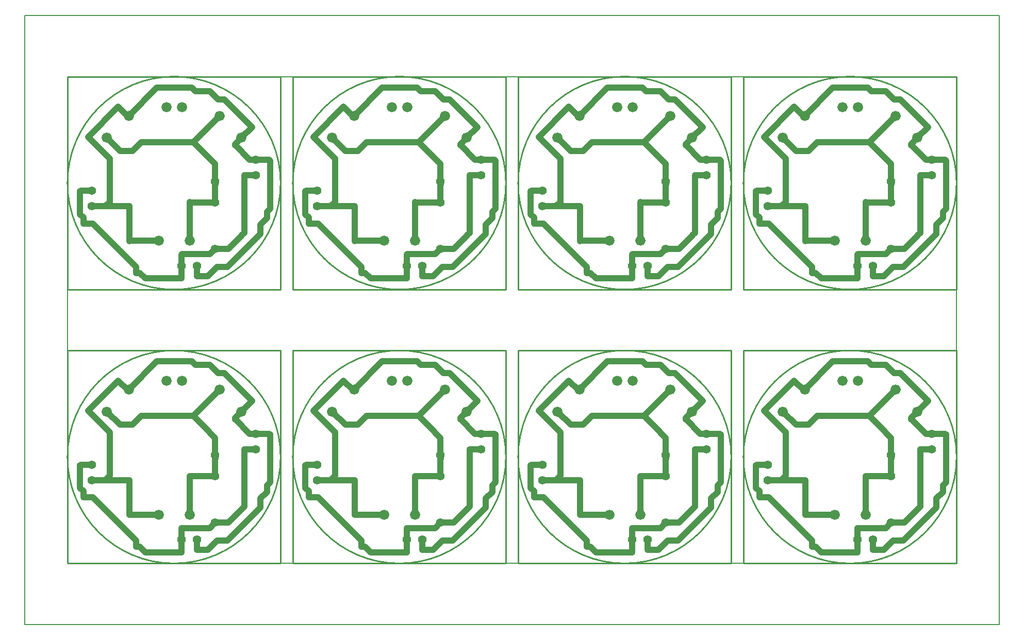
<source format=gtl>
G04 #@! TF.FileFunction,Copper,L1,Top,Signal*
%FSLAX46Y46*%
G04 Gerber Fmt 4.6, Leading zero omitted, Abs format (unit mm)*
G04 Created by KiCad (PCBNEW 4.0.7) date 03/29/18 17:53:12*
%MOMM*%
%LPD*%
G01*
G04 APERTURE LIST*
%ADD10C,0.100000*%
%ADD11C,0.250000*%
%ADD12C,0.150000*%
%ADD13C,1.397000*%
%ADD14C,1.676400*%
%ADD15C,1.000000*%
G04 APERTURE END LIST*
D10*
D11*
X253000000Y-172500000D02*
G75*
G03X253000000Y-172500000I-17500000J0D01*
G01*
X216000000Y-172500000D02*
G75*
G03X216000000Y-172500000I-17500000J0D01*
G01*
X181000000Y-155000000D02*
X216000000Y-155000000D01*
X216000000Y-155000000D02*
X216000000Y-190000000D01*
X216000000Y-190000000D02*
X181000000Y-190000000D01*
X181000000Y-190000000D02*
X181000000Y-155000000D01*
X144000000Y-155000000D02*
X179000000Y-155000000D01*
X179000000Y-155000000D02*
X179000000Y-190000000D01*
X179000000Y-190000000D02*
X144000000Y-190000000D01*
X144000000Y-190000000D02*
X144000000Y-155000000D01*
X107000000Y-155000000D02*
X142000000Y-155000000D01*
X142000000Y-155000000D02*
X142000000Y-190000000D01*
X142000000Y-190000000D02*
X107000000Y-190000000D01*
X107000000Y-190000000D02*
X107000000Y-155000000D01*
X144000000Y-155000000D02*
X179000000Y-155000000D01*
X179000000Y-155000000D02*
X179000000Y-190000000D01*
X179000000Y-190000000D02*
X144000000Y-190000000D01*
X144000000Y-190000000D02*
X144000000Y-155000000D01*
X144000000Y-155000000D02*
X179000000Y-155000000D01*
X179000000Y-155000000D02*
X179000000Y-190000000D01*
X179000000Y-190000000D02*
X144000000Y-190000000D01*
X144000000Y-190000000D02*
X144000000Y-155000000D01*
X144000000Y-155000000D02*
X179000000Y-155000000D01*
X179000000Y-155000000D02*
X179000000Y-190000000D01*
X179000000Y-190000000D02*
X144000000Y-190000000D01*
X144000000Y-190000000D02*
X144000000Y-155000000D01*
X107000000Y-155000000D02*
X142000000Y-155000000D01*
X142000000Y-155000000D02*
X142000000Y-190000000D01*
X142000000Y-190000000D02*
X107000000Y-190000000D01*
X107000000Y-190000000D02*
X107000000Y-155000000D01*
X218000000Y-190000000D02*
X218000000Y-155000000D01*
X253000000Y-190000000D02*
X218000000Y-190000000D01*
X253000000Y-155000000D02*
X253000000Y-190000000D01*
X218000000Y-155000000D02*
X253000000Y-155000000D01*
X218000000Y-190000000D02*
X218000000Y-155000000D01*
X253000000Y-190000000D02*
X218000000Y-190000000D01*
X253000000Y-155000000D02*
X253000000Y-190000000D01*
X218000000Y-155000000D02*
X253000000Y-155000000D01*
X181000000Y-155000000D02*
X216000000Y-155000000D01*
X216000000Y-155000000D02*
X216000000Y-190000000D01*
X216000000Y-190000000D02*
X181000000Y-190000000D01*
X181000000Y-190000000D02*
X181000000Y-155000000D01*
X181000000Y-155000000D02*
X216000000Y-155000000D01*
X216000000Y-155000000D02*
X216000000Y-190000000D01*
X216000000Y-190000000D02*
X181000000Y-190000000D01*
X181000000Y-190000000D02*
X181000000Y-155000000D01*
X144000000Y-190000000D02*
X144000000Y-155000000D01*
X179000000Y-190000000D02*
X144000000Y-190000000D01*
X179000000Y-155000000D02*
X179000000Y-190000000D01*
X144000000Y-155000000D02*
X179000000Y-155000000D01*
X144000000Y-190000000D02*
X144000000Y-155000000D01*
X179000000Y-190000000D02*
X144000000Y-190000000D01*
X179000000Y-155000000D02*
X179000000Y-190000000D01*
X144000000Y-155000000D02*
X179000000Y-155000000D01*
X144000000Y-190000000D02*
X144000000Y-155000000D01*
X179000000Y-190000000D02*
X144000000Y-190000000D01*
X179000000Y-155000000D02*
X179000000Y-190000000D01*
X144000000Y-155000000D02*
X179000000Y-155000000D01*
X144000000Y-110000000D02*
X179000000Y-110000000D01*
X179000000Y-110000000D02*
X179000000Y-145000000D01*
X179000000Y-145000000D02*
X144000000Y-145000000D01*
X144000000Y-145000000D02*
X144000000Y-110000000D01*
X144000000Y-110000000D02*
X179000000Y-110000000D01*
X179000000Y-110000000D02*
X179000000Y-145000000D01*
X179000000Y-145000000D02*
X144000000Y-145000000D01*
X144000000Y-145000000D02*
X144000000Y-110000000D01*
X144000000Y-110000000D02*
X179000000Y-110000000D01*
X179000000Y-110000000D02*
X179000000Y-145000000D01*
X179000000Y-145000000D02*
X144000000Y-145000000D01*
X144000000Y-145000000D02*
X144000000Y-110000000D01*
X181000000Y-145000000D02*
X181000000Y-110000000D01*
X216000000Y-145000000D02*
X181000000Y-145000000D01*
X216000000Y-110000000D02*
X216000000Y-145000000D01*
X181000000Y-110000000D02*
X216000000Y-110000000D01*
X181000000Y-145000000D02*
X181000000Y-110000000D01*
X216000000Y-145000000D02*
X181000000Y-145000000D01*
X216000000Y-110000000D02*
X216000000Y-145000000D01*
X181000000Y-110000000D02*
X216000000Y-110000000D01*
X253000000Y-127500000D02*
G75*
G03X253000000Y-127500000I-17500000J0D01*
G01*
X218000000Y-110000000D02*
X253000000Y-110000000D01*
X253000000Y-110000000D02*
X253000000Y-145000000D01*
X253000000Y-145000000D02*
X218000000Y-145000000D01*
X218000000Y-145000000D02*
X218000000Y-110000000D01*
X218000000Y-110000000D02*
X253000000Y-110000000D01*
X253000000Y-110000000D02*
X253000000Y-145000000D01*
X253000000Y-145000000D02*
X218000000Y-145000000D01*
X218000000Y-145000000D02*
X218000000Y-110000000D01*
D12*
X107000000Y-190000000D02*
X107000000Y-110000000D01*
X253000000Y-190000000D02*
X107000000Y-190000000D01*
X253000000Y-110000000D02*
X253000000Y-190000000D01*
X107000000Y-110000000D02*
X253000000Y-110000000D01*
X100000000Y-200000000D02*
X100000000Y-100000000D01*
X260000000Y-200000000D02*
X100000000Y-200000000D01*
X260000000Y-100000000D02*
X260000000Y-200000000D01*
X100000000Y-100000000D02*
X260000000Y-100000000D01*
D11*
X142000000Y-127500000D02*
G75*
G03X142000000Y-127500000I-17500000J0D01*
G01*
X107000000Y-145000000D02*
X107000000Y-110000000D01*
X142000000Y-145000000D02*
X107000000Y-145000000D01*
X142000000Y-110000000D02*
X142000000Y-145000000D01*
X107000000Y-110000000D02*
X142000000Y-110000000D01*
X142000000Y-172500000D02*
G75*
G03X142000000Y-172500000I-17500000J0D01*
G01*
X107000000Y-190000000D02*
X107000000Y-155000000D01*
X142000000Y-190000000D02*
X107000000Y-190000000D01*
X142000000Y-155000000D02*
X142000000Y-190000000D01*
X107000000Y-155000000D02*
X142000000Y-155000000D01*
X179000000Y-127500000D02*
G75*
G03X179000000Y-127500000I-17500000J0D01*
G01*
X144000000Y-145000000D02*
X144000000Y-110000000D01*
X179000000Y-145000000D02*
X144000000Y-145000000D01*
X179000000Y-110000000D02*
X179000000Y-145000000D01*
X144000000Y-110000000D02*
X179000000Y-110000000D01*
X179000000Y-127500000D02*
G75*
G03X179000000Y-127500000I-17500000J0D01*
G01*
X144000000Y-145000000D02*
X144000000Y-110000000D01*
X179000000Y-145000000D02*
X144000000Y-145000000D01*
X179000000Y-110000000D02*
X179000000Y-145000000D01*
X144000000Y-110000000D02*
X179000000Y-110000000D01*
X179000000Y-127500000D02*
G75*
G03X179000000Y-127500000I-17500000J0D01*
G01*
X144000000Y-145000000D02*
X144000000Y-110000000D01*
X179000000Y-145000000D02*
X144000000Y-145000000D01*
X179000000Y-110000000D02*
X179000000Y-145000000D01*
X144000000Y-110000000D02*
X179000000Y-110000000D01*
X142000000Y-127500000D02*
G75*
G03X142000000Y-127500000I-17500000J0D01*
G01*
X107000000Y-145000000D02*
X107000000Y-110000000D01*
X142000000Y-145000000D02*
X107000000Y-145000000D01*
X142000000Y-110000000D02*
X142000000Y-145000000D01*
X107000000Y-110000000D02*
X142000000Y-110000000D01*
X142000000Y-172500000D02*
G75*
G03X142000000Y-172500000I-17500000J0D01*
G01*
X107000000Y-190000000D02*
X107000000Y-155000000D01*
X142000000Y-190000000D02*
X107000000Y-190000000D01*
X142000000Y-155000000D02*
X142000000Y-190000000D01*
X107000000Y-155000000D02*
X142000000Y-155000000D01*
X179000000Y-127500000D02*
G75*
G03X179000000Y-127500000I-17500000J0D01*
G01*
X144000000Y-145000000D02*
X144000000Y-110000000D01*
X179000000Y-145000000D02*
X144000000Y-145000000D01*
X179000000Y-110000000D02*
X179000000Y-145000000D01*
X144000000Y-110000000D02*
X179000000Y-110000000D01*
X179000000Y-172500000D02*
G75*
G03X179000000Y-172500000I-17500000J0D01*
G01*
X144000000Y-190000000D02*
X144000000Y-155000000D01*
X179000000Y-190000000D02*
X144000000Y-190000000D01*
X179000000Y-155000000D02*
X179000000Y-190000000D01*
X144000000Y-155000000D02*
X179000000Y-155000000D01*
X216000000Y-127500000D02*
G75*
G03X216000000Y-127500000I-17500000J0D01*
G01*
X181000000Y-145000000D02*
X181000000Y-110000000D01*
X216000000Y-145000000D02*
X181000000Y-145000000D01*
X216000000Y-110000000D02*
X216000000Y-145000000D01*
X181000000Y-110000000D02*
X216000000Y-110000000D01*
D13*
X131250000Y-183310000D03*
X131250000Y-175690000D03*
X131221400Y-172196400D03*
D14*
X125770000Y-160000000D03*
X123230000Y-160000000D03*
X131953949Y-161453949D03*
X135546051Y-165046051D03*
X113453949Y-165046051D03*
X117046051Y-161453949D03*
X127040000Y-182000000D03*
X121960000Y-182000000D03*
D13*
X137900000Y-171230000D03*
X137900000Y-168690000D03*
X111000000Y-173770000D03*
X111000000Y-176310000D03*
X125760400Y-186090200D03*
X128300400Y-186090200D03*
X236760400Y-186090200D03*
X239300400Y-186090200D03*
X222000000Y-173770000D03*
X222000000Y-176310000D03*
X248900000Y-171230000D03*
X248900000Y-168690000D03*
D14*
X238040000Y-182000000D03*
X232960000Y-182000000D03*
X224453949Y-165046051D03*
X228046051Y-161453949D03*
X242953949Y-161453949D03*
X246546051Y-165046051D03*
X236770000Y-160000000D03*
X234230000Y-160000000D03*
D13*
X242221400Y-172196400D03*
X242250000Y-183310000D03*
X242250000Y-175690000D03*
X205250000Y-183310000D03*
X205250000Y-175690000D03*
X205221400Y-172196400D03*
D14*
X199770000Y-160000000D03*
X197230000Y-160000000D03*
X205953949Y-161453949D03*
X209546051Y-165046051D03*
X187453949Y-165046051D03*
X191046051Y-161453949D03*
X201040000Y-182000000D03*
X195960000Y-182000000D03*
D13*
X211900000Y-171230000D03*
X211900000Y-168690000D03*
X185000000Y-173770000D03*
X185000000Y-176310000D03*
X199760400Y-186090200D03*
X202300400Y-186090200D03*
X162760400Y-186090200D03*
X165300400Y-186090200D03*
X148000000Y-173770000D03*
X148000000Y-176310000D03*
X174900000Y-171230000D03*
X174900000Y-168690000D03*
D14*
X164040000Y-182000000D03*
X158960000Y-182000000D03*
X150453949Y-165046051D03*
X154046051Y-161453949D03*
X168953949Y-161453949D03*
X172546051Y-165046051D03*
X162770000Y-160000000D03*
X160230000Y-160000000D03*
D13*
X168221400Y-172196400D03*
X168250000Y-183310000D03*
X168250000Y-175690000D03*
X168250000Y-138310000D03*
X168250000Y-130690000D03*
X168221400Y-127196400D03*
D14*
X162770000Y-115000000D03*
X160230000Y-115000000D03*
X168953949Y-116453949D03*
X172546051Y-120046051D03*
X150453949Y-120046051D03*
X154046051Y-116453949D03*
X164040000Y-137000000D03*
X158960000Y-137000000D03*
D13*
X174900000Y-126230000D03*
X174900000Y-123690000D03*
X148000000Y-128770000D03*
X148000000Y-131310000D03*
X162760400Y-141090200D03*
X165300400Y-141090200D03*
X199760400Y-141090200D03*
X202300400Y-141090200D03*
X185000000Y-128770000D03*
X185000000Y-131310000D03*
X211900000Y-126230000D03*
X211900000Y-123690000D03*
D14*
X201040000Y-137000000D03*
X195960000Y-137000000D03*
X187453949Y-120046051D03*
X191046051Y-116453949D03*
X205953949Y-116453949D03*
X209546051Y-120046051D03*
X199770000Y-115000000D03*
X197230000Y-115000000D03*
D13*
X205221400Y-127196400D03*
X205250000Y-138310000D03*
X205250000Y-130690000D03*
X242250000Y-138310000D03*
X242250000Y-130690000D03*
X242221400Y-127196400D03*
D14*
X236770000Y-115000000D03*
X234230000Y-115000000D03*
X242953949Y-116453949D03*
X246546051Y-120046051D03*
X224453949Y-120046051D03*
X228046051Y-116453949D03*
X238040000Y-137000000D03*
X232960000Y-137000000D03*
D13*
X248900000Y-126230000D03*
X248900000Y-123690000D03*
X222000000Y-128770000D03*
X222000000Y-131310000D03*
X236760400Y-141090200D03*
X239300400Y-141090200D03*
X125760400Y-141090200D03*
X128300400Y-141090200D03*
X111000000Y-128770000D03*
X111000000Y-131310000D03*
X137900000Y-126230000D03*
X137900000Y-123690000D03*
D14*
X127040000Y-137000000D03*
X121960000Y-137000000D03*
X113453949Y-120046051D03*
X117046051Y-116453949D03*
X131953949Y-116453949D03*
X135546051Y-120046051D03*
X125770000Y-115000000D03*
X123230000Y-115000000D03*
D13*
X131221400Y-127196400D03*
X131250000Y-138310000D03*
X131250000Y-130690000D03*
D15*
X131250000Y-172834600D02*
X131334600Y-172750000D01*
X131334600Y-172750000D02*
X131221400Y-172196400D01*
X131250000Y-175690000D02*
X131250000Y-172834600D01*
X130374800Y-184185200D02*
X131250000Y-183310000D01*
X125785800Y-184185200D02*
X130374800Y-184185200D01*
X125760400Y-184210600D02*
X125785800Y-184185200D01*
X125760400Y-186090200D02*
X125760400Y-184210600D01*
X136940000Y-168690000D02*
X134500000Y-166250000D01*
X134500000Y-166250000D02*
X134500000Y-166092102D01*
X134500000Y-166092102D02*
X135546051Y-165046051D01*
X137900000Y-168690000D02*
X136940000Y-168690000D01*
X140250000Y-170500000D02*
X140250000Y-170266000D01*
X140135600Y-168690000D02*
X140250000Y-168804400D01*
X140250000Y-168804400D02*
X140250000Y-170266000D01*
X137900000Y-168690000D02*
X140135600Y-168690000D01*
X117046051Y-161453949D02*
X117046051Y-161352749D01*
X135666400Y-181061000D02*
X136047400Y-180680000D01*
X136047400Y-180680000D02*
X136047400Y-171256600D01*
X136047400Y-171256600D02*
X136074000Y-171230000D01*
X136074000Y-171230000D02*
X137900000Y-171230000D01*
X131250000Y-183310000D02*
X133468200Y-183310000D01*
X133468200Y-183310000D02*
X135666400Y-181111800D01*
X135666400Y-181111800D02*
X135666400Y-181061000D01*
X127637698Y-165770200D02*
X131953949Y-161453949D01*
X119131000Y-165770200D02*
X127637698Y-165770200D01*
X117683200Y-167218000D02*
X119131000Y-165770200D01*
X115651200Y-167218000D02*
X117683200Y-167218000D01*
X113479251Y-165046051D02*
X115651200Y-167218000D01*
X113453949Y-165046051D02*
X113479251Y-165046051D01*
X129418000Y-175690000D02*
X131250000Y-175690000D01*
X127095000Y-175690000D02*
X129418000Y-175690000D01*
X134500000Y-166327000D02*
X134500000Y-166250000D01*
X117176000Y-182000000D02*
X121960000Y-182000000D01*
X117149800Y-182026200D02*
X117176000Y-182000000D01*
X117149800Y-181492800D02*
X117149800Y-182026200D01*
X117149800Y-176359600D02*
X117149800Y-181492800D01*
X117199400Y-176310000D02*
X117149800Y-176359600D01*
X113214000Y-176310000D02*
X117199400Y-176310000D01*
X111000000Y-176310000D02*
X113214000Y-176310000D01*
X138663600Y-179336400D02*
X139750000Y-178250000D01*
X139750000Y-178250000D02*
X139750000Y-177180600D01*
X139750000Y-177180600D02*
X140250000Y-176680600D01*
X133253400Y-186242600D02*
X138663600Y-180832400D01*
X140250000Y-170266000D02*
X140250000Y-176680600D01*
X138663600Y-180832400D02*
X138663600Y-179765600D01*
X138663600Y-179765600D02*
X138663600Y-179336400D01*
X127970200Y-157388200D02*
X127386000Y-156804000D01*
X127386000Y-156804000D02*
X121696000Y-156804000D01*
X121696000Y-156804000D02*
X117046051Y-161453949D01*
X129113200Y-157388200D02*
X130388200Y-157388200D01*
X132750000Y-158750000D02*
X131750000Y-158750000D01*
X135546051Y-165046051D02*
X135577749Y-165046051D01*
X135577749Y-165046051D02*
X137311900Y-163311900D01*
X132750000Y-158750000D02*
X137311900Y-163311900D01*
X131750000Y-158750000D02*
X130388200Y-157388200D01*
X129113200Y-157388200D02*
X127970200Y-157388200D01*
X109072600Y-177606600D02*
X109606000Y-178140000D01*
X109606000Y-178140000D02*
X109606000Y-179156000D01*
X109606000Y-179156000D02*
X111130000Y-179156000D01*
X111130000Y-179156000D02*
X118242000Y-186268000D01*
X118242000Y-186268000D02*
X118242000Y-187284000D01*
X125760400Y-188173000D02*
X125760400Y-186090200D01*
X109072600Y-177530400D02*
X109072600Y-177606600D01*
X117046051Y-161453949D02*
X117046051Y-161450051D01*
X113924000Y-168488000D02*
X113924000Y-175600000D01*
X110368000Y-164932000D02*
X112146000Y-166710000D01*
X113924000Y-168488000D02*
X112146000Y-166710000D01*
X113924000Y-175600000D02*
X113214000Y-176310000D01*
X115321000Y-159979000D02*
X110368000Y-164932000D01*
X131221400Y-169353902D02*
X129418000Y-167550502D01*
X129418000Y-167550502D02*
X127637698Y-165770200D01*
X131221400Y-172196400D02*
X131221400Y-169353902D01*
X116795949Y-161453949D02*
X115321000Y-159979000D01*
X117046051Y-161453949D02*
X116795949Y-161453949D01*
X130078400Y-187766600D02*
X131602400Y-186242600D01*
X131602400Y-186242600D02*
X133253400Y-186242600D01*
X128300400Y-186090200D02*
X128300400Y-187792000D01*
X128300400Y-187792000D02*
X130053000Y-187792000D01*
X109173000Y-173770000D02*
X109072600Y-173870400D01*
X109072600Y-174200600D02*
X109072600Y-177530400D01*
X111000000Y-173770000D02*
X109173000Y-173770000D01*
X127040000Y-182000000D02*
X127040000Y-175635000D01*
X118877000Y-187284000D02*
X119766000Y-188173000D01*
X119766000Y-188173000D02*
X125760400Y-188173000D01*
X118242000Y-187284000D02*
X118877000Y-187284000D01*
X109072600Y-173870400D02*
X109072600Y-174200600D01*
X220072600Y-173870400D02*
X220072600Y-174200600D01*
X229242000Y-187284000D02*
X229877000Y-187284000D01*
X230766000Y-188173000D02*
X236760400Y-188173000D01*
X229877000Y-187284000D02*
X230766000Y-188173000D01*
X238040000Y-182000000D02*
X238040000Y-175635000D01*
X222000000Y-173770000D02*
X220173000Y-173770000D01*
X220072600Y-174200600D02*
X220072600Y-177530400D01*
X220173000Y-173770000D02*
X220072600Y-173870400D01*
X239300400Y-187792000D02*
X241053000Y-187792000D01*
X239300400Y-186090200D02*
X239300400Y-187792000D01*
X242602400Y-186242600D02*
X244253400Y-186242600D01*
X241078400Y-187766600D02*
X242602400Y-186242600D01*
X228046051Y-161453949D02*
X227795949Y-161453949D01*
X227795949Y-161453949D02*
X226321000Y-159979000D01*
X242221400Y-172196400D02*
X242221400Y-169353902D01*
X240418000Y-167550502D02*
X238637698Y-165770200D01*
X242221400Y-169353902D02*
X240418000Y-167550502D01*
X226321000Y-159979000D02*
X221368000Y-164932000D01*
X224924000Y-175600000D02*
X224214000Y-176310000D01*
X224924000Y-168488000D02*
X223146000Y-166710000D01*
X221368000Y-164932000D02*
X223146000Y-166710000D01*
X224924000Y-168488000D02*
X224924000Y-175600000D01*
X228046051Y-161453949D02*
X228046051Y-161450051D01*
X220072600Y-177530400D02*
X220072600Y-177606600D01*
X236760400Y-188173000D02*
X236760400Y-186090200D01*
X229242000Y-186268000D02*
X229242000Y-187284000D01*
X222130000Y-179156000D02*
X229242000Y-186268000D01*
X220606000Y-179156000D02*
X222130000Y-179156000D01*
X220606000Y-178140000D02*
X220606000Y-179156000D01*
X220072600Y-177606600D02*
X220606000Y-178140000D01*
X240113200Y-157388200D02*
X238970200Y-157388200D01*
X242750000Y-158750000D02*
X241388200Y-157388200D01*
X243750000Y-158750000D02*
X248311900Y-163311900D01*
X246577749Y-165046051D02*
X248311900Y-163311900D01*
X246546051Y-165046051D02*
X246577749Y-165046051D01*
X243750000Y-158750000D02*
X242750000Y-158750000D01*
X240113200Y-157388200D02*
X241388200Y-157388200D01*
X232696000Y-156804000D02*
X228046051Y-161453949D01*
X238386000Y-156804000D02*
X232696000Y-156804000D01*
X238970200Y-157388200D02*
X238386000Y-156804000D01*
X249663600Y-179765600D02*
X249663600Y-179336400D01*
X249663600Y-180832400D02*
X249663600Y-179765600D01*
X251250000Y-170266000D02*
X251250000Y-176680600D01*
X244253400Y-186242600D02*
X249663600Y-180832400D01*
X250750000Y-177180600D02*
X251250000Y-176680600D01*
X250750000Y-178250000D02*
X250750000Y-177180600D01*
X249663600Y-179336400D02*
X250750000Y-178250000D01*
X222000000Y-176310000D02*
X224214000Y-176310000D01*
X224214000Y-176310000D02*
X228199400Y-176310000D01*
X228199400Y-176310000D02*
X228149800Y-176359600D01*
X228149800Y-176359600D02*
X228149800Y-181492800D01*
X228149800Y-181492800D02*
X228149800Y-182026200D01*
X228149800Y-182026200D02*
X228176000Y-182000000D01*
X228176000Y-182000000D02*
X232960000Y-182000000D01*
X245500000Y-166327000D02*
X245500000Y-166250000D01*
X238095000Y-175690000D02*
X240418000Y-175690000D01*
X240418000Y-175690000D02*
X242250000Y-175690000D01*
X224453949Y-165046051D02*
X224479251Y-165046051D01*
X224479251Y-165046051D02*
X226651200Y-167218000D01*
X226651200Y-167218000D02*
X228683200Y-167218000D01*
X228683200Y-167218000D02*
X230131000Y-165770200D01*
X230131000Y-165770200D02*
X238637698Y-165770200D01*
X238637698Y-165770200D02*
X242953949Y-161453949D01*
X246666400Y-181111800D02*
X246666400Y-181061000D01*
X244468200Y-183310000D02*
X246666400Y-181111800D01*
X242250000Y-183310000D02*
X244468200Y-183310000D01*
X247074000Y-171230000D02*
X248900000Y-171230000D01*
X247047400Y-171256600D02*
X247074000Y-171230000D01*
X247047400Y-180680000D02*
X247047400Y-171256600D01*
X246666400Y-181061000D02*
X247047400Y-180680000D01*
X228046051Y-161453949D02*
X228046051Y-161352749D01*
X248900000Y-168690000D02*
X251135600Y-168690000D01*
X251250000Y-168804400D02*
X251250000Y-170266000D01*
X251135600Y-168690000D02*
X251250000Y-168804400D01*
X251250000Y-170500000D02*
X251250000Y-170266000D01*
X248900000Y-168690000D02*
X247940000Y-168690000D01*
X245500000Y-166092102D02*
X246546051Y-165046051D01*
X245500000Y-166250000D02*
X245500000Y-166092102D01*
X247940000Y-168690000D02*
X245500000Y-166250000D01*
X236760400Y-186090200D02*
X236760400Y-184210600D01*
X236760400Y-184210600D02*
X236785800Y-184185200D01*
X236785800Y-184185200D02*
X241374800Y-184185200D01*
X241374800Y-184185200D02*
X242250000Y-183310000D01*
X242250000Y-175690000D02*
X242250000Y-172834600D01*
X242334600Y-172750000D02*
X242221400Y-172196400D01*
X242250000Y-172834600D02*
X242334600Y-172750000D01*
X205250000Y-172834600D02*
X205334600Y-172750000D01*
X205334600Y-172750000D02*
X205221400Y-172196400D01*
X205250000Y-175690000D02*
X205250000Y-172834600D01*
X204374800Y-184185200D02*
X205250000Y-183310000D01*
X199785800Y-184185200D02*
X204374800Y-184185200D01*
X199760400Y-184210600D02*
X199785800Y-184185200D01*
X199760400Y-186090200D02*
X199760400Y-184210600D01*
X210940000Y-168690000D02*
X208500000Y-166250000D01*
X208500000Y-166250000D02*
X208500000Y-166092102D01*
X208500000Y-166092102D02*
X209546051Y-165046051D01*
X211900000Y-168690000D02*
X210940000Y-168690000D01*
X214250000Y-170500000D02*
X214250000Y-170266000D01*
X214135600Y-168690000D02*
X214250000Y-168804400D01*
X214250000Y-168804400D02*
X214250000Y-170266000D01*
X211900000Y-168690000D02*
X214135600Y-168690000D01*
X191046051Y-161453949D02*
X191046051Y-161352749D01*
X209666400Y-181061000D02*
X210047400Y-180680000D01*
X210047400Y-180680000D02*
X210047400Y-171256600D01*
X210047400Y-171256600D02*
X210074000Y-171230000D01*
X210074000Y-171230000D02*
X211900000Y-171230000D01*
X205250000Y-183310000D02*
X207468200Y-183310000D01*
X207468200Y-183310000D02*
X209666400Y-181111800D01*
X209666400Y-181111800D02*
X209666400Y-181061000D01*
X201637698Y-165770200D02*
X205953949Y-161453949D01*
X193131000Y-165770200D02*
X201637698Y-165770200D01*
X191683200Y-167218000D02*
X193131000Y-165770200D01*
X189651200Y-167218000D02*
X191683200Y-167218000D01*
X187479251Y-165046051D02*
X189651200Y-167218000D01*
X187453949Y-165046051D02*
X187479251Y-165046051D01*
X203418000Y-175690000D02*
X205250000Y-175690000D01*
X201095000Y-175690000D02*
X203418000Y-175690000D01*
X208500000Y-166327000D02*
X208500000Y-166250000D01*
X191176000Y-182000000D02*
X195960000Y-182000000D01*
X191149800Y-182026200D02*
X191176000Y-182000000D01*
X191149800Y-181492800D02*
X191149800Y-182026200D01*
X191149800Y-176359600D02*
X191149800Y-181492800D01*
X191199400Y-176310000D02*
X191149800Y-176359600D01*
X187214000Y-176310000D02*
X191199400Y-176310000D01*
X185000000Y-176310000D02*
X187214000Y-176310000D01*
X212663600Y-179336400D02*
X213750000Y-178250000D01*
X213750000Y-178250000D02*
X213750000Y-177180600D01*
X213750000Y-177180600D02*
X214250000Y-176680600D01*
X207253400Y-186242600D02*
X212663600Y-180832400D01*
X214250000Y-170266000D02*
X214250000Y-176680600D01*
X212663600Y-180832400D02*
X212663600Y-179765600D01*
X212663600Y-179765600D02*
X212663600Y-179336400D01*
X201970200Y-157388200D02*
X201386000Y-156804000D01*
X201386000Y-156804000D02*
X195696000Y-156804000D01*
X195696000Y-156804000D02*
X191046051Y-161453949D01*
X203113200Y-157388200D02*
X204388200Y-157388200D01*
X206750000Y-158750000D02*
X205750000Y-158750000D01*
X209546051Y-165046051D02*
X209577749Y-165046051D01*
X209577749Y-165046051D02*
X211311900Y-163311900D01*
X206750000Y-158750000D02*
X211311900Y-163311900D01*
X205750000Y-158750000D02*
X204388200Y-157388200D01*
X203113200Y-157388200D02*
X201970200Y-157388200D01*
X183072600Y-177606600D02*
X183606000Y-178140000D01*
X183606000Y-178140000D02*
X183606000Y-179156000D01*
X183606000Y-179156000D02*
X185130000Y-179156000D01*
X185130000Y-179156000D02*
X192242000Y-186268000D01*
X192242000Y-186268000D02*
X192242000Y-187284000D01*
X199760400Y-188173000D02*
X199760400Y-186090200D01*
X183072600Y-177530400D02*
X183072600Y-177606600D01*
X191046051Y-161453949D02*
X191046051Y-161450051D01*
X187924000Y-168488000D02*
X187924000Y-175600000D01*
X184368000Y-164932000D02*
X186146000Y-166710000D01*
X187924000Y-168488000D02*
X186146000Y-166710000D01*
X187924000Y-175600000D02*
X187214000Y-176310000D01*
X189321000Y-159979000D02*
X184368000Y-164932000D01*
X205221400Y-169353902D02*
X203418000Y-167550502D01*
X203418000Y-167550502D02*
X201637698Y-165770200D01*
X205221400Y-172196400D02*
X205221400Y-169353902D01*
X190795949Y-161453949D02*
X189321000Y-159979000D01*
X191046051Y-161453949D02*
X190795949Y-161453949D01*
X204078400Y-187766600D02*
X205602400Y-186242600D01*
X205602400Y-186242600D02*
X207253400Y-186242600D01*
X202300400Y-186090200D02*
X202300400Y-187792000D01*
X202300400Y-187792000D02*
X204053000Y-187792000D01*
X183173000Y-173770000D02*
X183072600Y-173870400D01*
X183072600Y-174200600D02*
X183072600Y-177530400D01*
X185000000Y-173770000D02*
X183173000Y-173770000D01*
X201040000Y-182000000D02*
X201040000Y-175635000D01*
X192877000Y-187284000D02*
X193766000Y-188173000D01*
X193766000Y-188173000D02*
X199760400Y-188173000D01*
X192242000Y-187284000D02*
X192877000Y-187284000D01*
X183072600Y-173870400D02*
X183072600Y-174200600D01*
X146072600Y-173870400D02*
X146072600Y-174200600D01*
X155242000Y-187284000D02*
X155877000Y-187284000D01*
X156766000Y-188173000D02*
X162760400Y-188173000D01*
X155877000Y-187284000D02*
X156766000Y-188173000D01*
X164040000Y-182000000D02*
X164040000Y-175635000D01*
X148000000Y-173770000D02*
X146173000Y-173770000D01*
X146072600Y-174200600D02*
X146072600Y-177530400D01*
X146173000Y-173770000D02*
X146072600Y-173870400D01*
X165300400Y-187792000D02*
X167053000Y-187792000D01*
X165300400Y-186090200D02*
X165300400Y-187792000D01*
X168602400Y-186242600D02*
X170253400Y-186242600D01*
X167078400Y-187766600D02*
X168602400Y-186242600D01*
X154046051Y-161453949D02*
X153795949Y-161453949D01*
X153795949Y-161453949D02*
X152321000Y-159979000D01*
X168221400Y-172196400D02*
X168221400Y-169353902D01*
X166418000Y-167550502D02*
X164637698Y-165770200D01*
X168221400Y-169353902D02*
X166418000Y-167550502D01*
X152321000Y-159979000D02*
X147368000Y-164932000D01*
X150924000Y-175600000D02*
X150214000Y-176310000D01*
X150924000Y-168488000D02*
X149146000Y-166710000D01*
X147368000Y-164932000D02*
X149146000Y-166710000D01*
X150924000Y-168488000D02*
X150924000Y-175600000D01*
X154046051Y-161453949D02*
X154046051Y-161450051D01*
X146072600Y-177530400D02*
X146072600Y-177606600D01*
X162760400Y-188173000D02*
X162760400Y-186090200D01*
X155242000Y-186268000D02*
X155242000Y-187284000D01*
X148130000Y-179156000D02*
X155242000Y-186268000D01*
X146606000Y-179156000D02*
X148130000Y-179156000D01*
X146606000Y-178140000D02*
X146606000Y-179156000D01*
X146072600Y-177606600D02*
X146606000Y-178140000D01*
X166113200Y-157388200D02*
X164970200Y-157388200D01*
X168750000Y-158750000D02*
X167388200Y-157388200D01*
X169750000Y-158750000D02*
X174311900Y-163311900D01*
X172577749Y-165046051D02*
X174311900Y-163311900D01*
X172546051Y-165046051D02*
X172577749Y-165046051D01*
X169750000Y-158750000D02*
X168750000Y-158750000D01*
X166113200Y-157388200D02*
X167388200Y-157388200D01*
X158696000Y-156804000D02*
X154046051Y-161453949D01*
X164386000Y-156804000D02*
X158696000Y-156804000D01*
X164970200Y-157388200D02*
X164386000Y-156804000D01*
X175663600Y-179765600D02*
X175663600Y-179336400D01*
X175663600Y-180832400D02*
X175663600Y-179765600D01*
X177250000Y-170266000D02*
X177250000Y-176680600D01*
X170253400Y-186242600D02*
X175663600Y-180832400D01*
X176750000Y-177180600D02*
X177250000Y-176680600D01*
X176750000Y-178250000D02*
X176750000Y-177180600D01*
X175663600Y-179336400D02*
X176750000Y-178250000D01*
X148000000Y-176310000D02*
X150214000Y-176310000D01*
X150214000Y-176310000D02*
X154199400Y-176310000D01*
X154199400Y-176310000D02*
X154149800Y-176359600D01*
X154149800Y-176359600D02*
X154149800Y-181492800D01*
X154149800Y-181492800D02*
X154149800Y-182026200D01*
X154149800Y-182026200D02*
X154176000Y-182000000D01*
X154176000Y-182000000D02*
X158960000Y-182000000D01*
X171500000Y-166327000D02*
X171500000Y-166250000D01*
X164095000Y-175690000D02*
X166418000Y-175690000D01*
X166418000Y-175690000D02*
X168250000Y-175690000D01*
X150453949Y-165046051D02*
X150479251Y-165046051D01*
X150479251Y-165046051D02*
X152651200Y-167218000D01*
X152651200Y-167218000D02*
X154683200Y-167218000D01*
X154683200Y-167218000D02*
X156131000Y-165770200D01*
X156131000Y-165770200D02*
X164637698Y-165770200D01*
X164637698Y-165770200D02*
X168953949Y-161453949D01*
X172666400Y-181111800D02*
X172666400Y-181061000D01*
X170468200Y-183310000D02*
X172666400Y-181111800D01*
X168250000Y-183310000D02*
X170468200Y-183310000D01*
X173074000Y-171230000D02*
X174900000Y-171230000D01*
X173047400Y-171256600D02*
X173074000Y-171230000D01*
X173047400Y-180680000D02*
X173047400Y-171256600D01*
X172666400Y-181061000D02*
X173047400Y-180680000D01*
X154046051Y-161453949D02*
X154046051Y-161352749D01*
X174900000Y-168690000D02*
X177135600Y-168690000D01*
X177250000Y-168804400D02*
X177250000Y-170266000D01*
X177135600Y-168690000D02*
X177250000Y-168804400D01*
X177250000Y-170500000D02*
X177250000Y-170266000D01*
X174900000Y-168690000D02*
X173940000Y-168690000D01*
X171500000Y-166092102D02*
X172546051Y-165046051D01*
X171500000Y-166250000D02*
X171500000Y-166092102D01*
X173940000Y-168690000D02*
X171500000Y-166250000D01*
X162760400Y-186090200D02*
X162760400Y-184210600D01*
X162760400Y-184210600D02*
X162785800Y-184185200D01*
X162785800Y-184185200D02*
X167374800Y-184185200D01*
X167374800Y-184185200D02*
X168250000Y-183310000D01*
X168250000Y-175690000D02*
X168250000Y-172834600D01*
X168334600Y-172750000D02*
X168221400Y-172196400D01*
X168250000Y-172834600D02*
X168334600Y-172750000D01*
X168250000Y-127834600D02*
X168334600Y-127750000D01*
X168334600Y-127750000D02*
X168221400Y-127196400D01*
X168250000Y-130690000D02*
X168250000Y-127834600D01*
X167374800Y-139185200D02*
X168250000Y-138310000D01*
X162785800Y-139185200D02*
X167374800Y-139185200D01*
X162760400Y-139210600D02*
X162785800Y-139185200D01*
X162760400Y-141090200D02*
X162760400Y-139210600D01*
X173940000Y-123690000D02*
X171500000Y-121250000D01*
X171500000Y-121250000D02*
X171500000Y-121092102D01*
X171500000Y-121092102D02*
X172546051Y-120046051D01*
X174900000Y-123690000D02*
X173940000Y-123690000D01*
X177250000Y-125500000D02*
X177250000Y-125266000D01*
X177135600Y-123690000D02*
X177250000Y-123804400D01*
X177250000Y-123804400D02*
X177250000Y-125266000D01*
X174900000Y-123690000D02*
X177135600Y-123690000D01*
X154046051Y-116453949D02*
X154046051Y-116352749D01*
X172666400Y-136061000D02*
X173047400Y-135680000D01*
X173047400Y-135680000D02*
X173047400Y-126256600D01*
X173047400Y-126256600D02*
X173074000Y-126230000D01*
X173074000Y-126230000D02*
X174900000Y-126230000D01*
X168250000Y-138310000D02*
X170468200Y-138310000D01*
X170468200Y-138310000D02*
X172666400Y-136111800D01*
X172666400Y-136111800D02*
X172666400Y-136061000D01*
X164637698Y-120770200D02*
X168953949Y-116453949D01*
X156131000Y-120770200D02*
X164637698Y-120770200D01*
X154683200Y-122218000D02*
X156131000Y-120770200D01*
X152651200Y-122218000D02*
X154683200Y-122218000D01*
X150479251Y-120046051D02*
X152651200Y-122218000D01*
X150453949Y-120046051D02*
X150479251Y-120046051D01*
X166418000Y-130690000D02*
X168250000Y-130690000D01*
X164095000Y-130690000D02*
X166418000Y-130690000D01*
X171500000Y-121327000D02*
X171500000Y-121250000D01*
X154176000Y-137000000D02*
X158960000Y-137000000D01*
X154149800Y-137026200D02*
X154176000Y-137000000D01*
X154149800Y-136492800D02*
X154149800Y-137026200D01*
X154149800Y-131359600D02*
X154149800Y-136492800D01*
X154199400Y-131310000D02*
X154149800Y-131359600D01*
X150214000Y-131310000D02*
X154199400Y-131310000D01*
X148000000Y-131310000D02*
X150214000Y-131310000D01*
X175663600Y-134336400D02*
X176750000Y-133250000D01*
X176750000Y-133250000D02*
X176750000Y-132180600D01*
X176750000Y-132180600D02*
X177250000Y-131680600D01*
X170253400Y-141242600D02*
X175663600Y-135832400D01*
X177250000Y-125266000D02*
X177250000Y-131680600D01*
X175663600Y-135832400D02*
X175663600Y-134765600D01*
X175663600Y-134765600D02*
X175663600Y-134336400D01*
X164970200Y-112388200D02*
X164386000Y-111804000D01*
X164386000Y-111804000D02*
X158696000Y-111804000D01*
X158696000Y-111804000D02*
X154046051Y-116453949D01*
X166113200Y-112388200D02*
X167388200Y-112388200D01*
X169750000Y-113750000D02*
X168750000Y-113750000D01*
X172546051Y-120046051D02*
X172577749Y-120046051D01*
X172577749Y-120046051D02*
X174311900Y-118311900D01*
X169750000Y-113750000D02*
X174311900Y-118311900D01*
X168750000Y-113750000D02*
X167388200Y-112388200D01*
X166113200Y-112388200D02*
X164970200Y-112388200D01*
X146072600Y-132606600D02*
X146606000Y-133140000D01*
X146606000Y-133140000D02*
X146606000Y-134156000D01*
X146606000Y-134156000D02*
X148130000Y-134156000D01*
X148130000Y-134156000D02*
X155242000Y-141268000D01*
X155242000Y-141268000D02*
X155242000Y-142284000D01*
X162760400Y-143173000D02*
X162760400Y-141090200D01*
X146072600Y-132530400D02*
X146072600Y-132606600D01*
X154046051Y-116453949D02*
X154046051Y-116450051D01*
X150924000Y-123488000D02*
X150924000Y-130600000D01*
X147368000Y-119932000D02*
X149146000Y-121710000D01*
X150924000Y-123488000D02*
X149146000Y-121710000D01*
X150924000Y-130600000D02*
X150214000Y-131310000D01*
X152321000Y-114979000D02*
X147368000Y-119932000D01*
X168221400Y-124353902D02*
X166418000Y-122550502D01*
X166418000Y-122550502D02*
X164637698Y-120770200D01*
X168221400Y-127196400D02*
X168221400Y-124353902D01*
X153795949Y-116453949D02*
X152321000Y-114979000D01*
X154046051Y-116453949D02*
X153795949Y-116453949D01*
X167078400Y-142766600D02*
X168602400Y-141242600D01*
X168602400Y-141242600D02*
X170253400Y-141242600D01*
X165300400Y-141090200D02*
X165300400Y-142792000D01*
X165300400Y-142792000D02*
X167053000Y-142792000D01*
X146173000Y-128770000D02*
X146072600Y-128870400D01*
X146072600Y-129200600D02*
X146072600Y-132530400D01*
X148000000Y-128770000D02*
X146173000Y-128770000D01*
X164040000Y-137000000D02*
X164040000Y-130635000D01*
X155877000Y-142284000D02*
X156766000Y-143173000D01*
X156766000Y-143173000D02*
X162760400Y-143173000D01*
X155242000Y-142284000D02*
X155877000Y-142284000D01*
X146072600Y-128870400D02*
X146072600Y-129200600D01*
X183072600Y-128870400D02*
X183072600Y-129200600D01*
X192242000Y-142284000D02*
X192877000Y-142284000D01*
X193766000Y-143173000D02*
X199760400Y-143173000D01*
X192877000Y-142284000D02*
X193766000Y-143173000D01*
X201040000Y-137000000D02*
X201040000Y-130635000D01*
X185000000Y-128770000D02*
X183173000Y-128770000D01*
X183072600Y-129200600D02*
X183072600Y-132530400D01*
X183173000Y-128770000D02*
X183072600Y-128870400D01*
X202300400Y-142792000D02*
X204053000Y-142792000D01*
X202300400Y-141090200D02*
X202300400Y-142792000D01*
X205602400Y-141242600D02*
X207253400Y-141242600D01*
X204078400Y-142766600D02*
X205602400Y-141242600D01*
X191046051Y-116453949D02*
X190795949Y-116453949D01*
X190795949Y-116453949D02*
X189321000Y-114979000D01*
X205221400Y-127196400D02*
X205221400Y-124353902D01*
X203418000Y-122550502D02*
X201637698Y-120770200D01*
X205221400Y-124353902D02*
X203418000Y-122550502D01*
X189321000Y-114979000D02*
X184368000Y-119932000D01*
X187924000Y-130600000D02*
X187214000Y-131310000D01*
X187924000Y-123488000D02*
X186146000Y-121710000D01*
X184368000Y-119932000D02*
X186146000Y-121710000D01*
X187924000Y-123488000D02*
X187924000Y-130600000D01*
X191046051Y-116453949D02*
X191046051Y-116450051D01*
X183072600Y-132530400D02*
X183072600Y-132606600D01*
X199760400Y-143173000D02*
X199760400Y-141090200D01*
X192242000Y-141268000D02*
X192242000Y-142284000D01*
X185130000Y-134156000D02*
X192242000Y-141268000D01*
X183606000Y-134156000D02*
X185130000Y-134156000D01*
X183606000Y-133140000D02*
X183606000Y-134156000D01*
X183072600Y-132606600D02*
X183606000Y-133140000D01*
X203113200Y-112388200D02*
X201970200Y-112388200D01*
X205750000Y-113750000D02*
X204388200Y-112388200D01*
X206750000Y-113750000D02*
X211311900Y-118311900D01*
X209577749Y-120046051D02*
X211311900Y-118311900D01*
X209546051Y-120046051D02*
X209577749Y-120046051D01*
X206750000Y-113750000D02*
X205750000Y-113750000D01*
X203113200Y-112388200D02*
X204388200Y-112388200D01*
X195696000Y-111804000D02*
X191046051Y-116453949D01*
X201386000Y-111804000D02*
X195696000Y-111804000D01*
X201970200Y-112388200D02*
X201386000Y-111804000D01*
X212663600Y-134765600D02*
X212663600Y-134336400D01*
X212663600Y-135832400D02*
X212663600Y-134765600D01*
X214250000Y-125266000D02*
X214250000Y-131680600D01*
X207253400Y-141242600D02*
X212663600Y-135832400D01*
X213750000Y-132180600D02*
X214250000Y-131680600D01*
X213750000Y-133250000D02*
X213750000Y-132180600D01*
X212663600Y-134336400D02*
X213750000Y-133250000D01*
X185000000Y-131310000D02*
X187214000Y-131310000D01*
X187214000Y-131310000D02*
X191199400Y-131310000D01*
X191199400Y-131310000D02*
X191149800Y-131359600D01*
X191149800Y-131359600D02*
X191149800Y-136492800D01*
X191149800Y-136492800D02*
X191149800Y-137026200D01*
X191149800Y-137026200D02*
X191176000Y-137000000D01*
X191176000Y-137000000D02*
X195960000Y-137000000D01*
X208500000Y-121327000D02*
X208500000Y-121250000D01*
X201095000Y-130690000D02*
X203418000Y-130690000D01*
X203418000Y-130690000D02*
X205250000Y-130690000D01*
X187453949Y-120046051D02*
X187479251Y-120046051D01*
X187479251Y-120046051D02*
X189651200Y-122218000D01*
X189651200Y-122218000D02*
X191683200Y-122218000D01*
X191683200Y-122218000D02*
X193131000Y-120770200D01*
X193131000Y-120770200D02*
X201637698Y-120770200D01*
X201637698Y-120770200D02*
X205953949Y-116453949D01*
X209666400Y-136111800D02*
X209666400Y-136061000D01*
X207468200Y-138310000D02*
X209666400Y-136111800D01*
X205250000Y-138310000D02*
X207468200Y-138310000D01*
X210074000Y-126230000D02*
X211900000Y-126230000D01*
X210047400Y-126256600D02*
X210074000Y-126230000D01*
X210047400Y-135680000D02*
X210047400Y-126256600D01*
X209666400Y-136061000D02*
X210047400Y-135680000D01*
X191046051Y-116453949D02*
X191046051Y-116352749D01*
X211900000Y-123690000D02*
X214135600Y-123690000D01*
X214250000Y-123804400D02*
X214250000Y-125266000D01*
X214135600Y-123690000D02*
X214250000Y-123804400D01*
X214250000Y-125500000D02*
X214250000Y-125266000D01*
X211900000Y-123690000D02*
X210940000Y-123690000D01*
X208500000Y-121092102D02*
X209546051Y-120046051D01*
X208500000Y-121250000D02*
X208500000Y-121092102D01*
X210940000Y-123690000D02*
X208500000Y-121250000D01*
X199760400Y-141090200D02*
X199760400Y-139210600D01*
X199760400Y-139210600D02*
X199785800Y-139185200D01*
X199785800Y-139185200D02*
X204374800Y-139185200D01*
X204374800Y-139185200D02*
X205250000Y-138310000D01*
X205250000Y-130690000D02*
X205250000Y-127834600D01*
X205334600Y-127750000D02*
X205221400Y-127196400D01*
X205250000Y-127834600D02*
X205334600Y-127750000D01*
X242250000Y-127834600D02*
X242334600Y-127750000D01*
X242334600Y-127750000D02*
X242221400Y-127196400D01*
X242250000Y-130690000D02*
X242250000Y-127834600D01*
X241374800Y-139185200D02*
X242250000Y-138310000D01*
X236785800Y-139185200D02*
X241374800Y-139185200D01*
X236760400Y-139210600D02*
X236785800Y-139185200D01*
X236760400Y-141090200D02*
X236760400Y-139210600D01*
X247940000Y-123690000D02*
X245500000Y-121250000D01*
X245500000Y-121250000D02*
X245500000Y-121092102D01*
X245500000Y-121092102D02*
X246546051Y-120046051D01*
X248900000Y-123690000D02*
X247940000Y-123690000D01*
X251250000Y-125500000D02*
X251250000Y-125266000D01*
X251135600Y-123690000D02*
X251250000Y-123804400D01*
X251250000Y-123804400D02*
X251250000Y-125266000D01*
X248900000Y-123690000D02*
X251135600Y-123690000D01*
X228046051Y-116453949D02*
X228046051Y-116352749D01*
X246666400Y-136061000D02*
X247047400Y-135680000D01*
X247047400Y-135680000D02*
X247047400Y-126256600D01*
X247047400Y-126256600D02*
X247074000Y-126230000D01*
X247074000Y-126230000D02*
X248900000Y-126230000D01*
X242250000Y-138310000D02*
X244468200Y-138310000D01*
X244468200Y-138310000D02*
X246666400Y-136111800D01*
X246666400Y-136111800D02*
X246666400Y-136061000D01*
X238637698Y-120770200D02*
X242953949Y-116453949D01*
X230131000Y-120770200D02*
X238637698Y-120770200D01*
X228683200Y-122218000D02*
X230131000Y-120770200D01*
X226651200Y-122218000D02*
X228683200Y-122218000D01*
X224479251Y-120046051D02*
X226651200Y-122218000D01*
X224453949Y-120046051D02*
X224479251Y-120046051D01*
X240418000Y-130690000D02*
X242250000Y-130690000D01*
X238095000Y-130690000D02*
X240418000Y-130690000D01*
X245500000Y-121327000D02*
X245500000Y-121250000D01*
X228176000Y-137000000D02*
X232960000Y-137000000D01*
X228149800Y-137026200D02*
X228176000Y-137000000D01*
X228149800Y-136492800D02*
X228149800Y-137026200D01*
X228149800Y-131359600D02*
X228149800Y-136492800D01*
X228199400Y-131310000D02*
X228149800Y-131359600D01*
X224214000Y-131310000D02*
X228199400Y-131310000D01*
X222000000Y-131310000D02*
X224214000Y-131310000D01*
X249663600Y-134336400D02*
X250750000Y-133250000D01*
X250750000Y-133250000D02*
X250750000Y-132180600D01*
X250750000Y-132180600D02*
X251250000Y-131680600D01*
X244253400Y-141242600D02*
X249663600Y-135832400D01*
X251250000Y-125266000D02*
X251250000Y-131680600D01*
X249663600Y-135832400D02*
X249663600Y-134765600D01*
X249663600Y-134765600D02*
X249663600Y-134336400D01*
X238970200Y-112388200D02*
X238386000Y-111804000D01*
X238386000Y-111804000D02*
X232696000Y-111804000D01*
X232696000Y-111804000D02*
X228046051Y-116453949D01*
X240113200Y-112388200D02*
X241388200Y-112388200D01*
X243750000Y-113750000D02*
X242750000Y-113750000D01*
X246546051Y-120046051D02*
X246577749Y-120046051D01*
X246577749Y-120046051D02*
X248311900Y-118311900D01*
X243750000Y-113750000D02*
X248311900Y-118311900D01*
X242750000Y-113750000D02*
X241388200Y-112388200D01*
X240113200Y-112388200D02*
X238970200Y-112388200D01*
X220072600Y-132606600D02*
X220606000Y-133140000D01*
X220606000Y-133140000D02*
X220606000Y-134156000D01*
X220606000Y-134156000D02*
X222130000Y-134156000D01*
X222130000Y-134156000D02*
X229242000Y-141268000D01*
X229242000Y-141268000D02*
X229242000Y-142284000D01*
X236760400Y-143173000D02*
X236760400Y-141090200D01*
X220072600Y-132530400D02*
X220072600Y-132606600D01*
X228046051Y-116453949D02*
X228046051Y-116450051D01*
X224924000Y-123488000D02*
X224924000Y-130600000D01*
X221368000Y-119932000D02*
X223146000Y-121710000D01*
X224924000Y-123488000D02*
X223146000Y-121710000D01*
X224924000Y-130600000D02*
X224214000Y-131310000D01*
X226321000Y-114979000D02*
X221368000Y-119932000D01*
X242221400Y-124353902D02*
X240418000Y-122550502D01*
X240418000Y-122550502D02*
X238637698Y-120770200D01*
X242221400Y-127196400D02*
X242221400Y-124353902D01*
X227795949Y-116453949D02*
X226321000Y-114979000D01*
X228046051Y-116453949D02*
X227795949Y-116453949D01*
X241078400Y-142766600D02*
X242602400Y-141242600D01*
X242602400Y-141242600D02*
X244253400Y-141242600D01*
X239300400Y-141090200D02*
X239300400Y-142792000D01*
X239300400Y-142792000D02*
X241053000Y-142792000D01*
X220173000Y-128770000D02*
X220072600Y-128870400D01*
X220072600Y-129200600D02*
X220072600Y-132530400D01*
X222000000Y-128770000D02*
X220173000Y-128770000D01*
X238040000Y-137000000D02*
X238040000Y-130635000D01*
X229877000Y-142284000D02*
X230766000Y-143173000D01*
X230766000Y-143173000D02*
X236760400Y-143173000D01*
X229242000Y-142284000D02*
X229877000Y-142284000D01*
X220072600Y-128870400D02*
X220072600Y-129200600D01*
X109072600Y-128870400D02*
X109072600Y-129200600D01*
X118242000Y-142284000D02*
X118877000Y-142284000D01*
X119766000Y-143173000D02*
X125760400Y-143173000D01*
X118877000Y-142284000D02*
X119766000Y-143173000D01*
X127040000Y-137000000D02*
X127040000Y-130635000D01*
X111000000Y-128770000D02*
X109173000Y-128770000D01*
X109072600Y-129200600D02*
X109072600Y-132530400D01*
X109173000Y-128770000D02*
X109072600Y-128870400D01*
X128300400Y-142792000D02*
X130053000Y-142792000D01*
X128300400Y-141090200D02*
X128300400Y-142792000D01*
X131602400Y-141242600D02*
X133253400Y-141242600D01*
X130078400Y-142766600D02*
X131602400Y-141242600D01*
X117046051Y-116453949D02*
X116795949Y-116453949D01*
X116795949Y-116453949D02*
X115321000Y-114979000D01*
X131221400Y-127196400D02*
X131221400Y-124353902D01*
X129418000Y-122550502D02*
X127637698Y-120770200D01*
X131221400Y-124353902D02*
X129418000Y-122550502D01*
X115321000Y-114979000D02*
X110368000Y-119932000D01*
X113924000Y-130600000D02*
X113214000Y-131310000D01*
X113924000Y-123488000D02*
X112146000Y-121710000D01*
X110368000Y-119932000D02*
X112146000Y-121710000D01*
X113924000Y-123488000D02*
X113924000Y-130600000D01*
X117046051Y-116453949D02*
X117046051Y-116450051D01*
X109072600Y-132530400D02*
X109072600Y-132606600D01*
X125760400Y-143173000D02*
X125760400Y-141090200D01*
X118242000Y-141268000D02*
X118242000Y-142284000D01*
X111130000Y-134156000D02*
X118242000Y-141268000D01*
X109606000Y-134156000D02*
X111130000Y-134156000D01*
X109606000Y-133140000D02*
X109606000Y-134156000D01*
X109072600Y-132606600D02*
X109606000Y-133140000D01*
X129113200Y-112388200D02*
X127970200Y-112388200D01*
X131750000Y-113750000D02*
X130388200Y-112388200D01*
X132750000Y-113750000D02*
X137311900Y-118311900D01*
X135577749Y-120046051D02*
X137311900Y-118311900D01*
X135546051Y-120046051D02*
X135577749Y-120046051D01*
X132750000Y-113750000D02*
X131750000Y-113750000D01*
X129113200Y-112388200D02*
X130388200Y-112388200D01*
X121696000Y-111804000D02*
X117046051Y-116453949D01*
X127386000Y-111804000D02*
X121696000Y-111804000D01*
X127970200Y-112388200D02*
X127386000Y-111804000D01*
X138663600Y-134765600D02*
X138663600Y-134336400D01*
X138663600Y-135832400D02*
X138663600Y-134765600D01*
X140250000Y-125266000D02*
X140250000Y-131680600D01*
X133253400Y-141242600D02*
X138663600Y-135832400D01*
X139750000Y-132180600D02*
X140250000Y-131680600D01*
X139750000Y-133250000D02*
X139750000Y-132180600D01*
X138663600Y-134336400D02*
X139750000Y-133250000D01*
X111000000Y-131310000D02*
X113214000Y-131310000D01*
X113214000Y-131310000D02*
X117199400Y-131310000D01*
X117199400Y-131310000D02*
X117149800Y-131359600D01*
X117149800Y-131359600D02*
X117149800Y-136492800D01*
X117149800Y-136492800D02*
X117149800Y-137026200D01*
X117149800Y-137026200D02*
X117176000Y-137000000D01*
X117176000Y-137000000D02*
X121960000Y-137000000D01*
X134500000Y-121327000D02*
X134500000Y-121250000D01*
X127095000Y-130690000D02*
X129418000Y-130690000D01*
X129418000Y-130690000D02*
X131250000Y-130690000D01*
X113453949Y-120046051D02*
X113479251Y-120046051D01*
X113479251Y-120046051D02*
X115651200Y-122218000D01*
X115651200Y-122218000D02*
X117683200Y-122218000D01*
X117683200Y-122218000D02*
X119131000Y-120770200D01*
X119131000Y-120770200D02*
X127637698Y-120770200D01*
X127637698Y-120770200D02*
X131953949Y-116453949D01*
X135666400Y-136111800D02*
X135666400Y-136061000D01*
X133468200Y-138310000D02*
X135666400Y-136111800D01*
X131250000Y-138310000D02*
X133468200Y-138310000D01*
X136074000Y-126230000D02*
X137900000Y-126230000D01*
X136047400Y-126256600D02*
X136074000Y-126230000D01*
X136047400Y-135680000D02*
X136047400Y-126256600D01*
X135666400Y-136061000D02*
X136047400Y-135680000D01*
X117046051Y-116453949D02*
X117046051Y-116352749D01*
X137900000Y-123690000D02*
X140135600Y-123690000D01*
X140250000Y-123804400D02*
X140250000Y-125266000D01*
X140135600Y-123690000D02*
X140250000Y-123804400D01*
X140250000Y-125500000D02*
X140250000Y-125266000D01*
X137900000Y-123690000D02*
X136940000Y-123690000D01*
X134500000Y-121092102D02*
X135546051Y-120046051D01*
X134500000Y-121250000D02*
X134500000Y-121092102D01*
X136940000Y-123690000D02*
X134500000Y-121250000D01*
X125760400Y-141090200D02*
X125760400Y-139210600D01*
X125760400Y-139210600D02*
X125785800Y-139185200D01*
X125785800Y-139185200D02*
X130374800Y-139185200D01*
X130374800Y-139185200D02*
X131250000Y-138310000D01*
X131250000Y-130690000D02*
X131250000Y-127834600D01*
X131334600Y-127750000D02*
X131221400Y-127196400D01*
X131250000Y-127834600D02*
X131334600Y-127750000D01*
M02*

</source>
